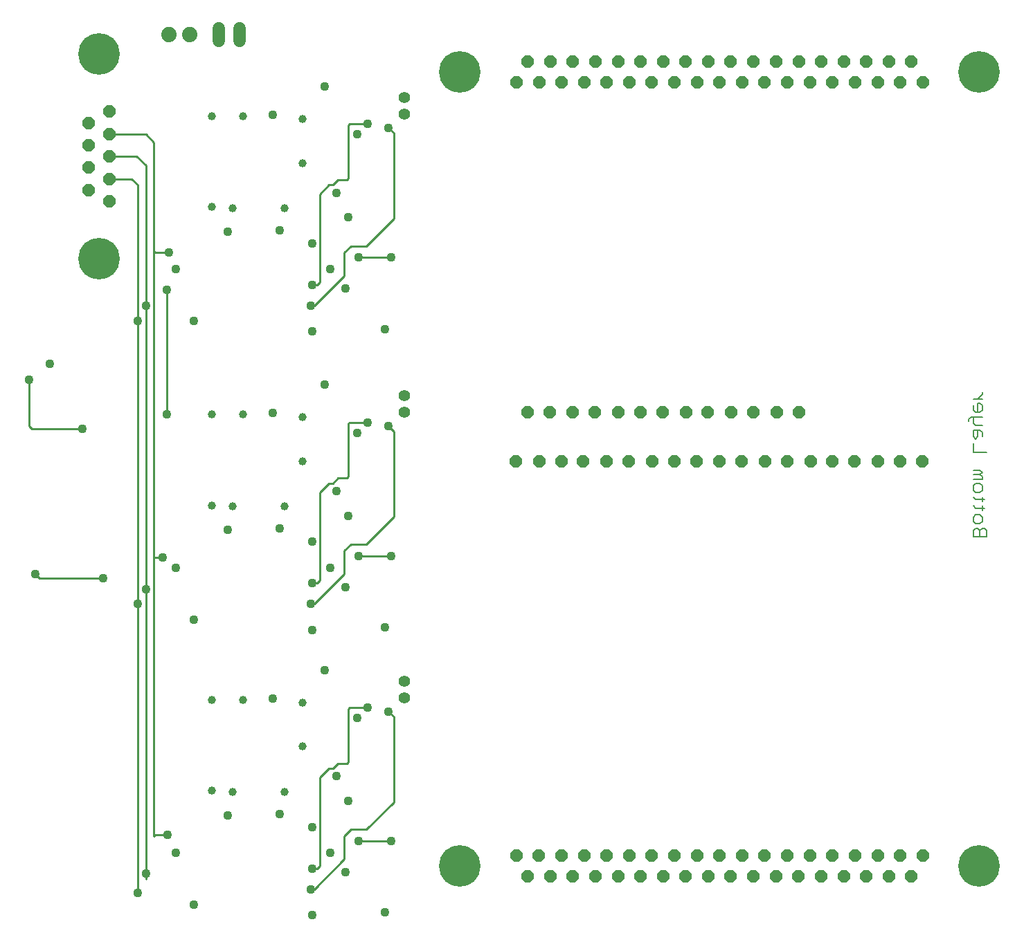
<source format=gbl>
G75*
%MOIN*%
%OFA0B0*%
%FSLAX25Y25*%
%IPPOS*%
%LPD*%
%AMOC8*
5,1,8,0,0,1.08239X$1,22.5*
%
%ADD10C,0.00600*%
%ADD11C,0.05543*%
%ADD12OC8,0.06000*%
%ADD13C,0.20000*%
%ADD14C,0.06000*%
%ADD15C,0.07400*%
%ADD16C,0.03969*%
%ADD17C,0.04362*%
%ADD18C,0.01000*%
D10*
X0595915Y0314523D02*
X0595915Y0315590D01*
X0596982Y0316658D01*
X0602320Y0316658D01*
X0601253Y0318833D02*
X0602320Y0319901D01*
X0602320Y0322036D01*
X0601253Y0323103D01*
X0600185Y0323103D01*
X0600185Y0318833D01*
X0599118Y0318833D02*
X0601253Y0318833D01*
X0599118Y0318833D02*
X0598050Y0319901D01*
X0598050Y0322036D01*
X0598050Y0325278D02*
X0602320Y0325278D01*
X0600185Y0325278D02*
X0602320Y0327414D01*
X0602320Y0328481D01*
X0598050Y0316658D02*
X0598050Y0313455D01*
X0599118Y0312387D01*
X0602320Y0312387D01*
X0601253Y0310212D02*
X0598050Y0310212D01*
X0598050Y0307010D01*
X0599118Y0305942D01*
X0600185Y0307010D01*
X0600185Y0310212D01*
X0601253Y0310212D02*
X0602320Y0309145D01*
X0602320Y0307010D01*
X0598050Y0303767D02*
X0598050Y0299496D01*
X0604455Y0299496D01*
X0601253Y0290876D02*
X0598050Y0290876D01*
X0598050Y0288741D02*
X0601253Y0288741D01*
X0602320Y0289808D01*
X0601253Y0290876D01*
X0601253Y0288741D02*
X0602320Y0287673D01*
X0602320Y0286605D01*
X0598050Y0286605D01*
X0599118Y0284430D02*
X0601253Y0284430D01*
X0602320Y0283363D01*
X0602320Y0281228D01*
X0601253Y0280160D01*
X0599118Y0280160D01*
X0598050Y0281228D01*
X0598050Y0283363D01*
X0599118Y0284430D01*
X0598050Y0277998D02*
X0599118Y0276931D01*
X0603388Y0276931D01*
X0602320Y0277998D02*
X0602320Y0275863D01*
X0602320Y0273701D02*
X0602320Y0271566D01*
X0603388Y0272634D02*
X0599118Y0272634D01*
X0598050Y0273701D01*
X0599118Y0269391D02*
X0601253Y0269391D01*
X0602320Y0268323D01*
X0602320Y0266188D01*
X0601253Y0265120D01*
X0599118Y0265120D01*
X0598050Y0266188D01*
X0598050Y0268323D01*
X0599118Y0269391D01*
X0599118Y0262945D02*
X0598050Y0261878D01*
X0598050Y0258675D01*
X0604455Y0258675D01*
X0604455Y0261878D01*
X0603388Y0262945D01*
X0602320Y0262945D01*
X0601253Y0261878D01*
X0601253Y0258675D01*
X0601253Y0261878D02*
X0600185Y0262945D01*
X0599118Y0262945D01*
D11*
X0324000Y0318813D03*
X0324000Y0326687D03*
X0324000Y0462563D03*
X0324000Y0470437D03*
X0324000Y0189187D03*
X0324000Y0181313D03*
D12*
X0378075Y0105250D03*
X0388875Y0105250D03*
X0399775Y0105250D03*
X0410675Y0105250D03*
X0421475Y0105250D03*
X0432375Y0105250D03*
X0443275Y0105250D03*
X0454175Y0105250D03*
X0464975Y0105250D03*
X0475875Y0105250D03*
X0486775Y0105250D03*
X0497575Y0105250D03*
X0508475Y0105250D03*
X0519375Y0105250D03*
X0530175Y0105250D03*
X0541075Y0105250D03*
X0551975Y0105250D03*
X0562775Y0105250D03*
X0573675Y0105250D03*
X0568275Y0095250D03*
X0557375Y0095250D03*
X0546475Y0095250D03*
X0535675Y0095250D03*
X0524775Y0095250D03*
X0513875Y0095250D03*
X0503075Y0095250D03*
X0492175Y0095250D03*
X0481275Y0095250D03*
X0470475Y0095250D03*
X0459575Y0095250D03*
X0448675Y0095250D03*
X0437875Y0095250D03*
X0426975Y0095250D03*
X0416075Y0095250D03*
X0405175Y0095250D03*
X0394375Y0095250D03*
X0383475Y0095250D03*
X0389000Y0295250D03*
X0377750Y0295250D03*
X0399625Y0295250D03*
X0410250Y0295250D03*
X0421500Y0295250D03*
X0432125Y0295250D03*
X0443375Y0295250D03*
X0454000Y0295250D03*
X0464625Y0295250D03*
X0475875Y0295250D03*
X0486500Y0295250D03*
X0497750Y0295250D03*
X0508375Y0295250D03*
X0519625Y0295250D03*
X0530250Y0295250D03*
X0540875Y0295250D03*
X0552125Y0295250D03*
X0562750Y0295250D03*
X0573375Y0295250D03*
X0514000Y0319000D03*
X0503375Y0319000D03*
X0492125Y0319000D03*
X0481500Y0319000D03*
X0470250Y0319000D03*
X0459625Y0319000D03*
X0448375Y0319000D03*
X0437750Y0319000D03*
X0427125Y0319000D03*
X0415875Y0319000D03*
X0405250Y0319000D03*
X0394000Y0319000D03*
X0383375Y0319000D03*
X0182125Y0420525D03*
X0172125Y0425925D03*
X0182125Y0431325D03*
X0172125Y0436725D03*
X0182125Y0442125D03*
X0172125Y0447525D03*
X0182125Y0452925D03*
X0172125Y0458325D03*
X0182125Y0463725D03*
X0378075Y0477750D03*
X0388975Y0477750D03*
X0399775Y0477750D03*
X0410675Y0477750D03*
X0421575Y0477750D03*
X0432375Y0477750D03*
X0443275Y0477750D03*
X0454175Y0477750D03*
X0464975Y0477750D03*
X0475875Y0477750D03*
X0486775Y0477750D03*
X0497575Y0477750D03*
X0508475Y0477750D03*
X0519375Y0477750D03*
X0530275Y0477750D03*
X0541075Y0477750D03*
X0551975Y0477750D03*
X0562875Y0477750D03*
X0573675Y0477750D03*
X0568275Y0487750D03*
X0557375Y0487750D03*
X0546575Y0487750D03*
X0535675Y0487750D03*
X0524775Y0487750D03*
X0513975Y0487750D03*
X0503075Y0487750D03*
X0492175Y0487750D03*
X0481275Y0487750D03*
X0470475Y0487750D03*
X0459575Y0487750D03*
X0448675Y0487750D03*
X0437875Y0487750D03*
X0426975Y0487750D03*
X0416075Y0487750D03*
X0405275Y0487750D03*
X0394375Y0487750D03*
X0383475Y0487750D03*
D13*
X0350875Y0482750D03*
X0177125Y0491425D03*
X0177125Y0392825D03*
X0350875Y0100250D03*
X0600875Y0100250D03*
X0600875Y0482750D03*
D14*
X0244625Y0497875D02*
X0244625Y0503875D01*
X0234625Y0503875D02*
X0234625Y0497875D01*
D15*
X0220875Y0500875D03*
X0210875Y0500875D03*
D16*
X0231500Y0461500D03*
X0246500Y0461500D03*
X0275250Y0460250D03*
X0275250Y0439000D03*
X0266500Y0417125D03*
X0241500Y0417125D03*
X0231500Y0417750D03*
X0231500Y0317750D03*
X0246500Y0317750D03*
X0275250Y0316500D03*
X0275250Y0295250D03*
X0266500Y0273375D03*
X0241500Y0273375D03*
X0231500Y0274000D03*
X0231500Y0180250D03*
X0246500Y0180250D03*
X0275250Y0179000D03*
X0275250Y0157750D03*
X0266500Y0135875D03*
X0241500Y0135875D03*
X0231500Y0136500D03*
D17*
X0195875Y0087125D03*
X0199625Y0096500D03*
X0214000Y0106500D03*
X0210250Y0115250D03*
X0239000Y0124625D03*
X0264000Y0125250D03*
X0279625Y0119000D03*
X0288375Y0106500D03*
X0295875Y0097125D03*
X0302125Y0112125D03*
X0317750Y0112125D03*
X0297125Y0131500D03*
X0291500Y0143375D03*
X0301500Y0171500D03*
X0306500Y0176500D03*
X0316500Y0174625D03*
X0285875Y0194625D03*
X0260875Y0180875D03*
X0279625Y0214000D03*
X0279000Y0226500D03*
X0279625Y0236500D03*
X0288375Y0244000D03*
X0302125Y0249625D03*
X0317750Y0249625D03*
X0295875Y0234625D03*
X0314625Y0215250D03*
X0279625Y0256500D03*
X0264000Y0262750D03*
X0239000Y0262125D03*
X0214000Y0244000D03*
X0207750Y0249000D03*
X0199625Y0233375D03*
X0195875Y0226500D03*
X0179000Y0239000D03*
X0146500Y0240875D03*
X0222750Y0219000D03*
X0297125Y0269000D03*
X0291500Y0280875D03*
X0301500Y0309000D03*
X0306500Y0314000D03*
X0316500Y0312125D03*
X0285875Y0332125D03*
X0260875Y0318375D03*
X0279625Y0357750D03*
X0279000Y0370250D03*
X0279625Y0380250D03*
X0288375Y0387750D03*
X0295875Y0378375D03*
X0302125Y0393375D03*
X0317750Y0393375D03*
X0297125Y0412750D03*
X0291500Y0424625D03*
X0279625Y0400250D03*
X0264000Y0406500D03*
X0239000Y0405875D03*
X0210875Y0395875D03*
X0214000Y0387750D03*
X0209625Y0377750D03*
X0199625Y0370250D03*
X0195875Y0362750D03*
X0222750Y0362750D03*
X0209625Y0317750D03*
X0169000Y0310875D03*
X0143375Y0334625D03*
X0153375Y0342125D03*
X0172350Y0436500D03*
X0260875Y0462125D03*
X0285875Y0475875D03*
X0306500Y0457750D03*
X0301500Y0452750D03*
X0316500Y0455875D03*
X0314625Y0359000D03*
X0279625Y0099000D03*
X0279000Y0089000D03*
X0279625Y0076500D03*
X0314625Y0077750D03*
X0222750Y0081500D03*
D18*
X0199625Y0094000D02*
X0199625Y0096500D01*
X0199625Y0233375D01*
X0199625Y0370250D01*
X0199625Y0372125D01*
X0199625Y0437750D01*
X0195250Y0442125D01*
X0182125Y0442125D01*
X0172350Y0436500D02*
X0172125Y0436725D01*
X0182125Y0431325D02*
X0192925Y0431325D01*
X0195875Y0428375D01*
X0195875Y0363375D01*
X0195875Y0362750D01*
X0195875Y0226500D01*
X0195875Y0087125D01*
X0203375Y0114625D02*
X0204000Y0115250D01*
X0210250Y0115250D01*
X0203375Y0114625D02*
X0203375Y0249000D01*
X0207750Y0249000D01*
X0203375Y0249000D02*
X0203375Y0396500D01*
X0204000Y0395875D01*
X0210875Y0395875D01*
X0203375Y0396500D02*
X0203375Y0449000D01*
X0199625Y0452750D01*
X0182300Y0452750D01*
X0182125Y0452925D01*
X0209625Y0377750D02*
X0209625Y0317750D01*
X0169000Y0310875D02*
X0144625Y0310875D01*
X0143375Y0312125D01*
X0143375Y0334625D01*
X0146500Y0240875D02*
X0148375Y0239000D01*
X0179000Y0239000D01*
X0279625Y0236500D02*
X0282125Y0236500D01*
X0283375Y0237750D01*
X0283375Y0280250D01*
X0287750Y0284625D01*
X0289625Y0284625D01*
X0292125Y0287125D01*
X0296500Y0287125D01*
X0297125Y0287750D01*
X0297125Y0313375D01*
X0297750Y0314000D01*
X0306500Y0314000D01*
X0316500Y0312125D02*
X0319000Y0309625D01*
X0319000Y0268375D01*
X0305875Y0255250D01*
X0298375Y0255250D01*
X0295250Y0252125D01*
X0295250Y0240875D01*
X0280875Y0226500D01*
X0279000Y0226500D01*
X0302125Y0249625D02*
X0317750Y0249625D01*
X0306500Y0176500D02*
X0297750Y0176500D01*
X0297125Y0175875D01*
X0297125Y0150250D01*
X0296500Y0149625D01*
X0292125Y0149625D01*
X0289625Y0147125D01*
X0287750Y0147125D01*
X0283375Y0142750D01*
X0283375Y0100250D01*
X0282125Y0099000D01*
X0279625Y0099000D01*
X0279000Y0089000D02*
X0280875Y0089000D01*
X0295250Y0103375D01*
X0295250Y0114625D01*
X0298375Y0117750D01*
X0305875Y0117750D01*
X0319000Y0130875D01*
X0319000Y0172125D01*
X0316500Y0174625D01*
X0317750Y0112125D02*
X0302125Y0112125D01*
X0280875Y0370250D02*
X0279000Y0370250D01*
X0280875Y0370250D02*
X0295250Y0384625D01*
X0295250Y0395875D01*
X0298375Y0399000D01*
X0305875Y0399000D01*
X0319000Y0412125D01*
X0319000Y0453375D01*
X0316500Y0455875D01*
X0306500Y0457750D02*
X0297750Y0457750D01*
X0297125Y0457125D01*
X0297125Y0431500D01*
X0296500Y0430875D01*
X0292125Y0430875D01*
X0289625Y0428375D01*
X0287750Y0428375D01*
X0283375Y0424000D01*
X0283375Y0381500D01*
X0282125Y0380250D01*
X0279625Y0380250D01*
X0302125Y0393375D02*
X0317750Y0393375D01*
M02*

</source>
